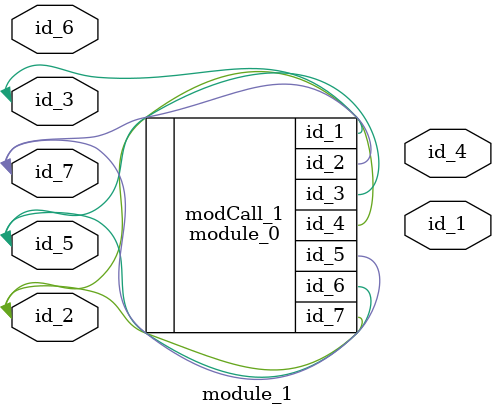
<source format=v>
module module_0 (
    id_1,
    id_2,
    id_3,
    id_4,
    id_5,
    id_6,
    id_7
);
  inout wire id_7;
  inout wire id_6;
  inout wire id_5;
  inout wire id_4;
  inout wire id_3;
  inout wire id_2;
  output wire id_1;
endmodule
module module_1 (
    id_1,
    id_2,
    id_3,
    id_4,
    id_5,
    id_6,
    id_7
);
  inout wire id_7;
  input wire id_6;
  inout wire id_5;
  output wire id_4;
  inout wire id_3;
  inout wire id_2;
  output wire id_1;
  wire id_8;
  module_0 modCall_1 (
      id_3,
      id_7,
      id_5,
      id_2,
      id_7,
      id_5,
      id_2
  );
endmodule

</source>
